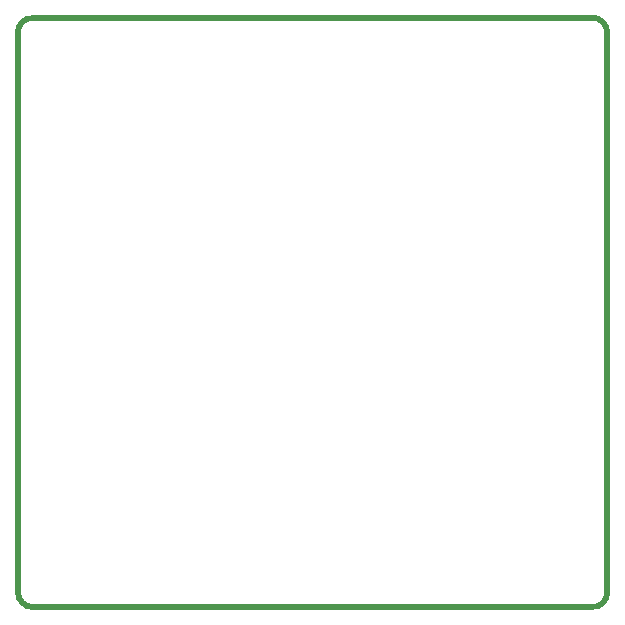
<source format=gm1>
G04 Layer_Color=16711935*
%FSLAX44Y44*%
%MOMM*%
G71*
G01*
G75*
%ADD64C,0.5000*%
D64*
X0Y12700D02*
G03*
X12700Y0I12700J0D01*
G01*
X486410D02*
G03*
X499110Y12700I0J12700D01*
G01*
Y486410D02*
G03*
X486410Y499110I-12700J0D01*
G01*
X12700D02*
G03*
X0Y486410I0J-12700D01*
G01*
Y12700D02*
Y63500D01*
X12700Y0D02*
X486410D01*
X499110Y12700D02*
Y486410D01*
X12700Y499110D02*
X486410D01*
X0Y63500D02*
Y486410D01*
M02*

</source>
